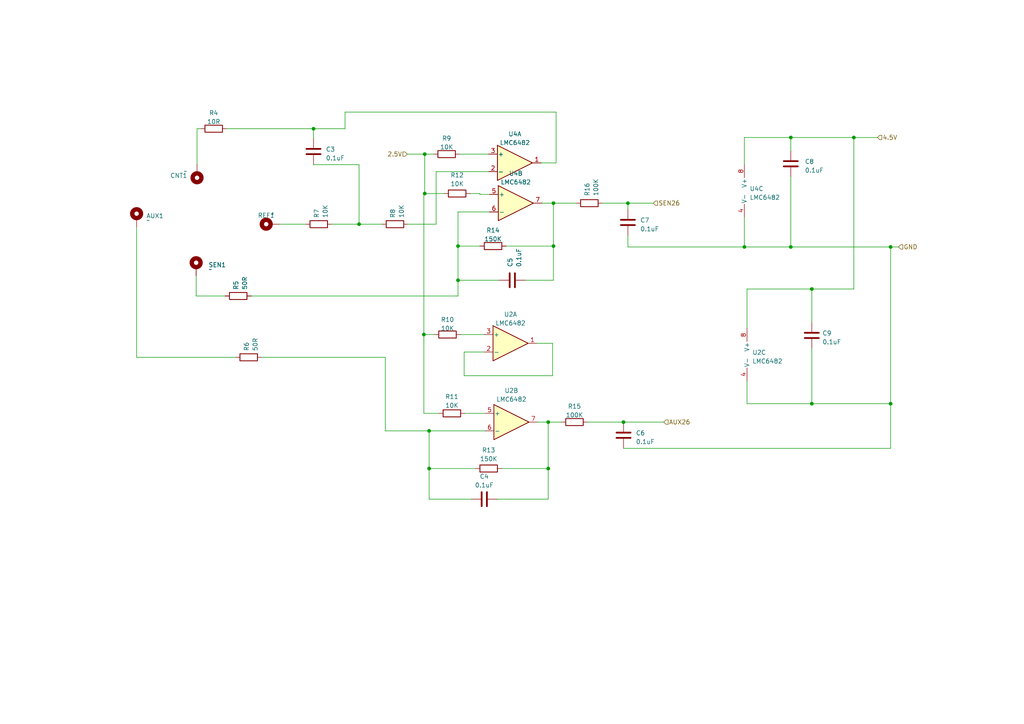
<source format=kicad_sch>
(kicad_sch (version 20230121) (generator eeschema)

  (uuid 28eb2384-0157-462d-a122-e8b7f40038ec)

  (paper "A4")

  (lib_symbols
    (symbol "Amplifier_Operational:LMC6482" (pin_names (offset 0.127)) (in_bom yes) (on_board yes)
      (property "Reference" "U" (at 0 5.08 0)
        (effects (font (size 1.27 1.27)) (justify left))
      )
      (property "Value" "LMC6482" (at 0 -5.08 0)
        (effects (font (size 1.27 1.27)) (justify left))
      )
      (property "Footprint" "" (at 0 0 0)
        (effects (font (size 1.27 1.27)) hide)
      )
      (property "Datasheet" "http://www.ti.com/lit/ds/symlink/lmc6482.pdf" (at 0 0 0)
        (effects (font (size 1.27 1.27)) hide)
      )
      (property "ki_locked" "" (at 0 0 0)
        (effects (font (size 1.27 1.27)))
      )
      (property "ki_keywords" "dual opamp" (at 0 0 0)
        (effects (font (size 1.27 1.27)) hide)
      )
      (property "ki_description" "Dual CMOS Rail-to-Rail Input and Output Operational Amplifier, DIP-8/SOIC-8, SSOP-8" (at 0 0 0)
        (effects (font (size 1.27 1.27)) hide)
      )
      (property "ki_fp_filters" "SOIC*3.9x4.9mm*P1.27mm* DIP*W7.62mm* TO*99* OnSemi*Micro8* TSSOP*3x3mm*P0.65mm* TSSOP*4.4x3mm*P0.65mm* MSOP*3x3mm*P0.65mm* SSOP*3.9x4.9mm*P0.635mm* LFCSP*2x2mm*P0.5mm* *SIP* SOIC*5.3x6.2mm*P1.27mm*" (at 0 0 0)
        (effects (font (size 1.27 1.27)) hide)
      )
      (symbol "LMC6482_1_1"
        (polyline
          (pts
            (xy -5.08 5.08)
            (xy 5.08 0)
            (xy -5.08 -5.08)
            (xy -5.08 5.08)
          )
          (stroke (width 0.254) (type default))
          (fill (type background))
        )
        (pin output line (at 7.62 0 180) (length 2.54)
          (name "~" (effects (font (size 1.27 1.27))))
          (number "1" (effects (font (size 1.27 1.27))))
        )
        (pin input line (at -7.62 -2.54 0) (length 2.54)
          (name "-" (effects (font (size 1.27 1.27))))
          (number "2" (effects (font (size 1.27 1.27))))
        )
        (pin input line (at -7.62 2.54 0) (length 2.54)
          (name "+" (effects (font (size 1.27 1.27))))
          (number "3" (effects (font (size 1.27 1.27))))
        )
      )
      (symbol "LMC6482_2_1"
        (polyline
          (pts
            (xy -5.08 5.08)
            (xy 5.08 0)
            (xy -5.08 -5.08)
            (xy -5.08 5.08)
          )
          (stroke (width 0.254) (type default))
          (fill (type background))
        )
        (pin input line (at -7.62 2.54 0) (length 2.54)
          (name "+" (effects (font (size 1.27 1.27))))
          (number "5" (effects (font (size 1.27 1.27))))
        )
        (pin input line (at -7.62 -2.54 0) (length 2.54)
          (name "-" (effects (font (size 1.27 1.27))))
          (number "6" (effects (font (size 1.27 1.27))))
        )
        (pin output line (at 7.62 0 180) (length 2.54)
          (name "~" (effects (font (size 1.27 1.27))))
          (number "7" (effects (font (size 1.27 1.27))))
        )
      )
      (symbol "LMC6482_3_1"
        (pin power_in line (at -2.54 -7.62 90) (length 3.81)
          (name "V-" (effects (font (size 1.27 1.27))))
          (number "4" (effects (font (size 1.27 1.27))))
        )
        (pin power_in line (at -2.54 7.62 270) (length 3.81)
          (name "V+" (effects (font (size 1.27 1.27))))
          (number "8" (effects (font (size 1.27 1.27))))
        )
      )
    )
    (symbol "Device:C" (pin_numbers hide) (pin_names (offset 0.254)) (in_bom yes) (on_board yes)
      (property "Reference" "C" (at 0.635 2.54 0)
        (effects (font (size 1.27 1.27)) (justify left))
      )
      (property "Value" "C" (at 0.635 -2.54 0)
        (effects (font (size 1.27 1.27)) (justify left))
      )
      (property "Footprint" "" (at 0.9652 -3.81 0)
        (effects (font (size 1.27 1.27)) hide)
      )
      (property "Datasheet" "~" (at 0 0 0)
        (effects (font (size 1.27 1.27)) hide)
      )
      (property "ki_keywords" "cap capacitor" (at 0 0 0)
        (effects (font (size 1.27 1.27)) hide)
      )
      (property "ki_description" "Unpolarized capacitor" (at 0 0 0)
        (effects (font (size 1.27 1.27)) hide)
      )
      (property "ki_fp_filters" "C_*" (at 0 0 0)
        (effects (font (size 1.27 1.27)) hide)
      )
      (symbol "C_0_1"
        (polyline
          (pts
            (xy -2.032 -0.762)
            (xy 2.032 -0.762)
          )
          (stroke (width 0.508) (type default))
          (fill (type none))
        )
        (polyline
          (pts
            (xy -2.032 0.762)
            (xy 2.032 0.762)
          )
          (stroke (width 0.508) (type default))
          (fill (type none))
        )
      )
      (symbol "C_1_1"
        (pin passive line (at 0 3.81 270) (length 2.794)
          (name "~" (effects (font (size 1.27 1.27))))
          (number "1" (effects (font (size 1.27 1.27))))
        )
        (pin passive line (at 0 -3.81 90) (length 2.794)
          (name "~" (effects (font (size 1.27 1.27))))
          (number "2" (effects (font (size 1.27 1.27))))
        )
      )
    )
    (symbol "Device:R" (pin_numbers hide) (pin_names (offset 0)) (in_bom yes) (on_board yes)
      (property "Reference" "R" (at 2.032 0 90)
        (effects (font (size 1.27 1.27)))
      )
      (property "Value" "R" (at 0 0 90)
        (effects (font (size 1.27 1.27)))
      )
      (property "Footprint" "" (at -1.778 0 90)
        (effects (font (size 1.27 1.27)) hide)
      )
      (property "Datasheet" "~" (at 0 0 0)
        (effects (font (size 1.27 1.27)) hide)
      )
      (property "ki_keywords" "R res resistor" (at 0 0 0)
        (effects (font (size 1.27 1.27)) hide)
      )
      (property "ki_description" "Resistor" (at 0 0 0)
        (effects (font (size 1.27 1.27)) hide)
      )
      (property "ki_fp_filters" "R_*" (at 0 0 0)
        (effects (font (size 1.27 1.27)) hide)
      )
      (symbol "R_0_1"
        (rectangle (start -1.016 -2.54) (end 1.016 2.54)
          (stroke (width 0.254) (type default))
          (fill (type none))
        )
      )
      (symbol "R_1_1"
        (pin passive line (at 0 3.81 270) (length 1.27)
          (name "~" (effects (font (size 1.27 1.27))))
          (number "1" (effects (font (size 1.27 1.27))))
        )
        (pin passive line (at 0 -3.81 90) (length 1.27)
          (name "~" (effects (font (size 1.27 1.27))))
          (number "2" (effects (font (size 1.27 1.27))))
        )
      )
    )
    (symbol "Mechanical:MountingHole_Pad" (pin_numbers hide) (pin_names (offset 1.016) hide) (in_bom yes) (on_board yes)
      (property "Reference" "H" (at 0 6.35 0)
        (effects (font (size 1.27 1.27)))
      )
      (property "Value" "MountingHole_Pad" (at 0 4.445 0)
        (effects (font (size 1.27 1.27)))
      )
      (property "Footprint" "" (at 0 0 0)
        (effects (font (size 1.27 1.27)) hide)
      )
      (property "Datasheet" "~" (at 0 0 0)
        (effects (font (size 1.27 1.27)) hide)
      )
      (property "ki_keywords" "mounting hole" (at 0 0 0)
        (effects (font (size 1.27 1.27)) hide)
      )
      (property "ki_description" "Mounting Hole with connection" (at 0 0 0)
        (effects (font (size 1.27 1.27)) hide)
      )
      (property "ki_fp_filters" "MountingHole*Pad*" (at 0 0 0)
        (effects (font (size 1.27 1.27)) hide)
      )
      (symbol "MountingHole_Pad_0_1"
        (circle (center 0 1.27) (radius 1.27)
          (stroke (width 1.27) (type default))
          (fill (type none))
        )
      )
      (symbol "MountingHole_Pad_1_1"
        (pin input line (at 0 -2.54 90) (length 2.54)
          (name "1" (effects (font (size 1.27 1.27))))
          (number "1" (effects (font (size 1.27 1.27))))
        )
      )
    )
  )

  (junction (at 258.318 71.628) (diameter 0) (color 0 0 0 0)
    (uuid 038c126b-f299-4294-b520-56a7c37b672b)
  )
  (junction (at 90.932 37.338) (diameter 0) (color 0 0 0 0)
    (uuid 1c47e24c-3d4a-4ccb-83a0-44c2ede50dcf)
  )
  (junction (at 132.842 71.374) (diameter 0) (color 0 0 0 0)
    (uuid 20f262ec-8981-45d4-b912-98700fd2f501)
  )
  (junction (at 182.118 58.928) (diameter 0) (color 0 0 0 0)
    (uuid 2ef5482b-c462-4a13-9131-e1d267e871ba)
  )
  (junction (at 122.936 97.028) (diameter 0) (color 0 0 0 0)
    (uuid 3369642c-7256-4b75-aa30-87e0d11dadc4)
  )
  (junction (at 180.848 122.428) (diameter 0) (color 0 0 0 0)
    (uuid 38e724e1-09f4-4ffd-83f3-7c628903c9bf)
  )
  (junction (at 160.528 58.928) (diameter 0) (color 0 0 0 0)
    (uuid 396fee60-726c-4b23-b5ab-ead6c30ceaca)
  )
  (junction (at 160.528 71.374) (diameter 0) (color 0 0 0 0)
    (uuid 5e2b4c77-c2e8-4642-b262-f2d7ba98a435)
  )
  (junction (at 215.9 71.628) (diameter 0) (color 0 0 0 0)
    (uuid 6ef878c4-bc23-439c-b80e-b6bc8f12f18b)
  )
  (junction (at 123.19 56.134) (diameter 0) (color 0 0 0 0)
    (uuid 7a2b45de-2b31-4dc7-aaae-b42946de314a)
  )
  (junction (at 235.458 83.82) (diameter 0) (color 0 0 0 0)
    (uuid 8d25c74d-6e6f-4f16-a436-2b57fc5b91e9)
  )
  (junction (at 229.362 71.628) (diameter 0) (color 0 0 0 0)
    (uuid 8d5d8a02-6b33-45ce-8beb-2c7a44728efa)
  )
  (junction (at 104.14 65.024) (diameter 0) (color 0 0 0 0)
    (uuid 8e9d293f-7502-4654-9cbd-44a706debcb7)
  )
  (junction (at 258.318 117.094) (diameter 0) (color 0 0 0 0)
    (uuid 8fa446dd-ffbf-4d11-97c5-42cd8b1002b4)
  )
  (junction (at 132.842 81.28) (diameter 0) (color 0 0 0 0)
    (uuid 9159b35e-7e3c-4dc6-9eb3-a6107e1be101)
  )
  (junction (at 124.46 135.89) (diameter 0) (color 0 0 0 0)
    (uuid a5a9f67d-8d69-4b54-980c-30405746e14c)
  )
  (junction (at 235.458 117.094) (diameter 0) (color 0 0 0 0)
    (uuid a7d882cb-6f64-4aba-86be-166c63623648)
  )
  (junction (at 159.004 135.89) (diameter 0) (color 0 0 0 0)
    (uuid bb4d1ab4-5270-43a2-868c-cd480bdd482d)
  )
  (junction (at 159.004 122.428) (diameter 0) (color 0 0 0 0)
    (uuid ce6ab0fe-d24d-43c9-9217-d7b276279ea3)
  )
  (junction (at 124.46 124.968) (diameter 0) (color 0 0 0 0)
    (uuid ce9e57eb-8e33-4bd5-b12f-127454d3ea29)
  )
  (junction (at 229.362 39.878) (diameter 0) (color 0 0 0 0)
    (uuid d0cf435d-a6af-4721-9415-ae1572f2c0d7)
  )
  (junction (at 247.65 39.878) (diameter 0) (color 0 0 0 0)
    (uuid d35ff68e-50b4-4925-932d-1f6968a0c72e)
  )
  (junction (at 123.19 44.704) (diameter 0) (color 0 0 0 0)
    (uuid f416e27c-750a-4d13-bda2-7219954b7a75)
  )

  (wire (pts (xy 235.458 83.82) (xy 247.65 83.82))
    (stroke (width 0) (type default))
    (uuid 05d44f9b-35af-4b72-acf0-9d406d0938a4)
  )
  (wire (pts (xy 72.898 85.852) (xy 132.842 85.852))
    (stroke (width 0) (type default))
    (uuid 063bcc79-b169-43b9-bada-591a5ed0c39b)
  )
  (wire (pts (xy 144.272 144.78) (xy 159.004 144.78))
    (stroke (width 0) (type default))
    (uuid 063e5939-351e-4bc8-b5bd-898035cd5e10)
  )
  (wire (pts (xy 104.14 47.752) (xy 104.14 65.024))
    (stroke (width 0) (type default))
    (uuid 065f749a-e82a-4f65-9926-dfbca3b3ec1b)
  )
  (wire (pts (xy 161.29 32.512) (xy 100.076 32.512))
    (stroke (width 0) (type default))
    (uuid 0a13c597-de51-4c57-9185-4b9588e7ef75)
  )
  (wire (pts (xy 215.9 39.878) (xy 215.9 47.752))
    (stroke (width 0) (type default))
    (uuid 18c241ea-e730-4b91-9386-d86f29d14975)
  )
  (wire (pts (xy 139.192 71.374) (xy 132.842 71.374))
    (stroke (width 0) (type default))
    (uuid 1a586fdf-8ba5-4c43-8525-0630bd592f26)
  )
  (wire (pts (xy 125.984 97.028) (xy 122.936 97.028))
    (stroke (width 0) (type default))
    (uuid 1d192b03-9243-44df-8d7a-916b07244b66)
  )
  (wire (pts (xy 39.624 103.632) (xy 68.326 103.632))
    (stroke (width 0) (type default))
    (uuid 2549b739-51db-4841-89bf-844a4053d8b8)
  )
  (wire (pts (xy 160.274 99.568) (xy 160.274 108.966))
    (stroke (width 0) (type default))
    (uuid 25e201c3-47b5-49d9-a2c9-bd37d68081d6)
  )
  (wire (pts (xy 128.778 56.134) (xy 123.19 56.134))
    (stroke (width 0) (type default))
    (uuid 29c6cd12-1a84-4ac2-baf7-ce60dc0bdb77)
  )
  (wire (pts (xy 111.76 124.968) (xy 124.46 124.968))
    (stroke (width 0) (type default))
    (uuid 2bda9a37-9596-4974-9de7-ca9c5dd31607)
  )
  (wire (pts (xy 90.932 47.752) (xy 104.14 47.752))
    (stroke (width 0) (type default))
    (uuid 31b30c78-df8d-48a7-b602-ae8a2c978e06)
  )
  (wire (pts (xy 156.972 47.244) (xy 161.29 47.244))
    (stroke (width 0) (type default))
    (uuid 34c2056d-8959-4b91-b3a7-113e9b926f3f)
  )
  (wire (pts (xy 56.896 85.852) (xy 65.278 85.852))
    (stroke (width 0) (type default))
    (uuid 378d6990-6b57-4f98-ae6c-245366dd609d)
  )
  (wire (pts (xy 139.192 56.388) (xy 141.986 56.388))
    (stroke (width 0) (type default))
    (uuid 38898ecb-124d-4901-8494-d2e82552a9b1)
  )
  (wire (pts (xy 229.362 39.878) (xy 229.362 43.688))
    (stroke (width 0) (type default))
    (uuid 3b4f6856-ff04-4c9c-8666-a4ced38847f6)
  )
  (wire (pts (xy 96.266 65.024) (xy 104.14 65.024))
    (stroke (width 0) (type default))
    (uuid 3c158a55-73e2-4058-b254-a1ca21d9c44a)
  )
  (wire (pts (xy 122.936 56.134) (xy 123.19 56.134))
    (stroke (width 0) (type default))
    (uuid 3c381cc3-bbfa-4495-a7a1-777bd2e1c94a)
  )
  (wire (pts (xy 133.604 97.028) (xy 140.462 97.028))
    (stroke (width 0) (type default))
    (uuid 3ee51128-310c-4130-b7dc-465cb5d6e59d)
  )
  (wire (pts (xy 126.492 65.024) (xy 118.364 65.024))
    (stroke (width 0) (type default))
    (uuid 46acc631-1a1c-4920-8d2a-ba563b0c5bd4)
  )
  (wire (pts (xy 104.14 65.024) (xy 110.744 65.024))
    (stroke (width 0) (type default))
    (uuid 4bdb3278-c620-472e-8cc3-b56635ae76dd)
  )
  (wire (pts (xy 182.118 58.928) (xy 182.118 60.706))
    (stroke (width 0) (type default))
    (uuid 4c4a6782-4aaf-43ef-89f2-4ddcc5f8f791)
  )
  (wire (pts (xy 123.19 56.134) (xy 123.19 44.704))
    (stroke (width 0) (type default))
    (uuid 4d0caeee-88b0-468a-b16b-88c9a458d89c)
  )
  (wire (pts (xy 229.362 51.308) (xy 229.362 71.628))
    (stroke (width 0) (type default))
    (uuid 4de284a2-6ac3-49ec-b052-b9dbf00389d7)
  )
  (wire (pts (xy 132.842 61.468) (xy 141.986 61.468))
    (stroke (width 0) (type default))
    (uuid 4fe92d0d-f207-4abe-a605-cded0ca2aa79)
  )
  (wire (pts (xy 100.076 32.512) (xy 100.076 37.338))
    (stroke (width 0) (type default))
    (uuid 50895717-d630-41cc-930c-bd02e8cb19f0)
  )
  (wire (pts (xy 100.076 37.338) (xy 90.932 37.338))
    (stroke (width 0) (type default))
    (uuid 50f5fb84-1253-4264-9298-6ef5ad4b94f4)
  )
  (wire (pts (xy 127.254 119.888) (xy 122.936 119.888))
    (stroke (width 0) (type default))
    (uuid 53dd3abb-8253-450a-91d6-40adeea20722)
  )
  (wire (pts (xy 132.842 61.468) (xy 132.842 71.374))
    (stroke (width 0) (type default))
    (uuid 5413f952-fa56-4249-9dc1-0c846b57510a)
  )
  (wire (pts (xy 189.484 58.928) (xy 182.118 58.928))
    (stroke (width 0) (type default))
    (uuid 5652518a-7a5f-435e-b681-0b6516af98ee)
  )
  (wire (pts (xy 57.15 37.338) (xy 58.166 37.338))
    (stroke (width 0) (type default))
    (uuid 5660f2ee-fd9e-463a-98f7-c6e02c54a39a)
  )
  (wire (pts (xy 247.65 39.878) (xy 229.362 39.878))
    (stroke (width 0) (type default))
    (uuid 5a31c42e-ed06-47c3-81c7-8e5870f09fdd)
  )
  (wire (pts (xy 145.542 135.89) (xy 159.004 135.89))
    (stroke (width 0) (type default))
    (uuid 5a364225-d50d-4648-93d6-c5d0df23391a)
  )
  (wire (pts (xy 133.35 44.704) (xy 141.732 44.704))
    (stroke (width 0) (type default))
    (uuid 5d59b197-c5d5-4111-8190-978affd0983c)
  )
  (wire (pts (xy 90.932 37.338) (xy 90.932 40.132))
    (stroke (width 0) (type default))
    (uuid 619a7afc-5936-488b-a5eb-2fa395c211d5)
  )
  (wire (pts (xy 152.4 81.28) (xy 160.528 81.28))
    (stroke (width 0) (type default))
    (uuid 6648daa1-f78a-4f31-b3ac-6675a8f71458)
  )
  (wire (pts (xy 155.702 99.568) (xy 160.274 99.568))
    (stroke (width 0) (type default))
    (uuid 690249ba-a950-4d9b-975a-c6287183ede5)
  )
  (wire (pts (xy 159.004 135.89) (xy 159.004 122.428))
    (stroke (width 0) (type default))
    (uuid 6926e28b-7ebd-44e8-9988-f193a20b5258)
  )
  (wire (pts (xy 159.004 144.78) (xy 159.004 135.89))
    (stroke (width 0) (type default))
    (uuid 69a216b7-77cf-42a6-bc73-a9a493f45288)
  )
  (wire (pts (xy 167.132 58.928) (xy 160.528 58.928))
    (stroke (width 0) (type default))
    (uuid 6d3ed7db-5906-4bc3-86e7-9c345f14237e)
  )
  (wire (pts (xy 139.192 56.134) (xy 139.192 56.388))
    (stroke (width 0) (type default))
    (uuid 7796a487-6665-4110-ac39-d088dc67c419)
  )
  (wire (pts (xy 141.732 49.784) (xy 126.492 49.784))
    (stroke (width 0) (type default))
    (uuid 7a2507a3-d0fd-4558-bf9d-711f7bbcaefa)
  )
  (wire (pts (xy 57.15 37.338) (xy 57.15 47.752))
    (stroke (width 0) (type default))
    (uuid 7c2549c4-8b9f-405e-a3a1-03d5393f0f59)
  )
  (wire (pts (xy 161.29 47.244) (xy 161.29 32.512))
    (stroke (width 0) (type default))
    (uuid 7d7b097d-200c-42ad-a3e2-59f26da055f2)
  )
  (wire (pts (xy 134.62 108.966) (xy 134.62 102.108))
    (stroke (width 0) (type default))
    (uuid 7fe3eb10-e636-4951-92db-365b18444ac3)
  )
  (wire (pts (xy 216.662 117.094) (xy 235.458 117.094))
    (stroke (width 0) (type default))
    (uuid 80deddb5-2ec0-40f1-a088-781fc937cb03)
  )
  (wire (pts (xy 174.752 58.928) (xy 182.118 58.928))
    (stroke (width 0) (type default))
    (uuid 848fd492-49b0-41f1-9716-0c63e9dce487)
  )
  (wire (pts (xy 215.9 71.628) (xy 215.9 62.992))
    (stroke (width 0) (type default))
    (uuid 87623679-0509-4a4f-b410-a501e7eee2df)
  )
  (wire (pts (xy 124.46 144.78) (xy 124.46 135.89))
    (stroke (width 0) (type default))
    (uuid 893c9599-708e-45b2-ae41-334b762177aa)
  )
  (wire (pts (xy 132.842 71.374) (xy 132.842 81.28))
    (stroke (width 0) (type default))
    (uuid 8ab8653a-2345-499c-959d-76dc3f00b02f)
  )
  (wire (pts (xy 137.922 135.89) (xy 124.46 135.89))
    (stroke (width 0) (type default))
    (uuid 8ce761f1-e269-450d-a9a1-15bd8be41d26)
  )
  (wire (pts (xy 132.842 81.28) (xy 132.842 85.852))
    (stroke (width 0) (type default))
    (uuid 8d91cc82-118f-43fa-ae8a-d8fe9ffa991f)
  )
  (wire (pts (xy 229.362 71.628) (xy 258.318 71.628))
    (stroke (width 0) (type default))
    (uuid 8e1b4e3f-fc72-4796-9828-9b66b15c96bd)
  )
  (wire (pts (xy 123.19 44.704) (xy 125.73 44.704))
    (stroke (width 0) (type default))
    (uuid 8f4f7bf4-c5be-49c3-a852-645391576255)
  )
  (wire (pts (xy 122.936 56.134) (xy 122.936 97.028))
    (stroke (width 0) (type default))
    (uuid 92fc61a2-0c91-4fc3-9158-08e9c1f3c60e)
  )
  (wire (pts (xy 65.786 37.338) (xy 90.932 37.338))
    (stroke (width 0) (type default))
    (uuid 96edd6ff-c79f-4574-89de-142cf3ee87a0)
  )
  (wire (pts (xy 111.76 103.632) (xy 111.76 124.968))
    (stroke (width 0) (type default))
    (uuid 9a93a6e7-d752-46cb-b7ea-985518c06082)
  )
  (wire (pts (xy 235.458 101.092) (xy 235.458 117.094))
    (stroke (width 0) (type default))
    (uuid 9d221fb2-1b5e-41eb-961d-e13220e88ac1)
  )
  (wire (pts (xy 136.398 56.134) (xy 139.192 56.134))
    (stroke (width 0) (type default))
    (uuid 9e7079d7-c873-49f0-8092-26d2354e6e46)
  )
  (wire (pts (xy 247.65 39.878) (xy 247.65 83.82))
    (stroke (width 0) (type default))
    (uuid a0f32e44-c5fb-47c5-b2b9-0b1c88025a87)
  )
  (wire (pts (xy 122.936 119.888) (xy 122.936 97.028))
    (stroke (width 0) (type default))
    (uuid a5e381f6-3885-4cb9-aa31-cf46de02f44b)
  )
  (wire (pts (xy 192.532 122.428) (xy 180.848 122.428))
    (stroke (width 0) (type default))
    (uuid a67fb226-acb0-4290-af10-0454cca6c4e8)
  )
  (wire (pts (xy 182.118 71.628) (xy 215.9 71.628))
    (stroke (width 0) (type default))
    (uuid a82902fd-76cd-4746-9730-4fe9cc3e6f9b)
  )
  (wire (pts (xy 235.458 93.472) (xy 235.458 83.82))
    (stroke (width 0) (type default))
    (uuid ab071226-6cef-45e5-9f76-edfd8b48ef04)
  )
  (wire (pts (xy 258.318 117.094) (xy 258.318 71.628))
    (stroke (width 0) (type default))
    (uuid ab4bd2c3-e29b-45de-a617-aa19102e2566)
  )
  (wire (pts (xy 180.848 130.048) (xy 258.318 130.048))
    (stroke (width 0) (type default))
    (uuid ac026a44-7dfe-4778-8cba-08f7d6ac8b40)
  )
  (wire (pts (xy 75.946 103.632) (xy 111.76 103.632))
    (stroke (width 0) (type default))
    (uuid b08d333a-23ef-4565-8df3-6e15308effb4)
  )
  (wire (pts (xy 56.896 80.01) (xy 56.896 85.852))
    (stroke (width 0) (type default))
    (uuid b68dc696-92c7-4014-925f-2088ce09e58b)
  )
  (wire (pts (xy 160.274 108.966) (xy 134.62 108.966))
    (stroke (width 0) (type default))
    (uuid b700f8f2-c372-4f14-b364-b9545040e36a)
  )
  (wire (pts (xy 160.528 81.28) (xy 160.528 71.374))
    (stroke (width 0) (type default))
    (uuid b74143fe-5344-4734-8d20-1b6a5ff19015)
  )
  (wire (pts (xy 160.528 58.928) (xy 160.528 71.374))
    (stroke (width 0) (type default))
    (uuid b81fa7df-3668-46db-8f23-7d068a7f55e9)
  )
  (wire (pts (xy 81.026 65.024) (xy 88.646 65.024))
    (stroke (width 0) (type default))
    (uuid b8bbdda1-5eb8-40ea-935c-93d3901393fb)
  )
  (wire (pts (xy 134.874 119.888) (xy 140.716 119.888))
    (stroke (width 0) (type default))
    (uuid bd60ff60-b7fd-474d-a610-ddf6e1e4407f)
  )
  (wire (pts (xy 124.46 135.89) (xy 124.46 124.968))
    (stroke (width 0) (type default))
    (uuid bf55b88e-5030-44a8-98f5-6442c08b4408)
  )
  (wire (pts (xy 216.662 110.49) (xy 216.662 117.094))
    (stroke (width 0) (type default))
    (uuid c19662e5-2c25-4c8a-8bb9-ba971195d4bc)
  )
  (wire (pts (xy 146.812 71.374) (xy 160.528 71.374))
    (stroke (width 0) (type default))
    (uuid c824cab6-b6f6-498a-89f5-146f7eba3ad3)
  )
  (wire (pts (xy 254.508 39.878) (xy 247.65 39.878))
    (stroke (width 0) (type default))
    (uuid c992d2ae-0882-4755-8cd3-16a5365e9796)
  )
  (wire (pts (xy 126.492 49.784) (xy 126.492 65.024))
    (stroke (width 0) (type default))
    (uuid cfc90155-0fab-4dec-b334-ac178fdfaf60)
  )
  (wire (pts (xy 118.11 44.704) (xy 123.19 44.704))
    (stroke (width 0) (type default))
    (uuid d2532eb0-1fba-40c3-8ef9-4f042575e603)
  )
  (wire (pts (xy 258.318 71.628) (xy 260.604 71.628))
    (stroke (width 0) (type default))
    (uuid d4dc3b4a-d1d8-4224-881e-cb9cac603121)
  )
  (wire (pts (xy 170.434 122.428) (xy 180.848 122.428))
    (stroke (width 0) (type default))
    (uuid d6c434dd-3a92-43e8-8117-09f1ad56c93d)
  )
  (wire (pts (xy 216.662 83.82) (xy 235.458 83.82))
    (stroke (width 0) (type default))
    (uuid da532bec-83d7-480b-8511-5de08a227e97)
  )
  (wire (pts (xy 235.458 117.094) (xy 258.318 117.094))
    (stroke (width 0) (type default))
    (uuid db1ac187-48c1-4d3a-91e0-47b1c00c7679)
  )
  (wire (pts (xy 258.318 130.048) (xy 258.318 117.094))
    (stroke (width 0) (type default))
    (uuid ddc62765-72a8-4ec1-a93e-fdbbcd6e8b04)
  )
  (wire (pts (xy 182.118 68.326) (xy 182.118 71.628))
    (stroke (width 0) (type default))
    (uuid df7c14a5-01d1-459e-80a0-fb833d70c91f)
  )
  (wire (pts (xy 136.652 144.78) (xy 124.46 144.78))
    (stroke (width 0) (type default))
    (uuid e3b18a73-f97b-4f66-9db6-afc495cd462c)
  )
  (wire (pts (xy 134.62 102.108) (xy 140.462 102.108))
    (stroke (width 0) (type default))
    (uuid e531cf8f-1d15-4c71-b1c9-81bbb1703779)
  )
  (wire (pts (xy 215.9 71.628) (xy 229.362 71.628))
    (stroke (width 0) (type default))
    (uuid e694d4e2-0ed7-4d3e-96fb-504ddc70fd84)
  )
  (wire (pts (xy 159.004 122.428) (xy 162.814 122.428))
    (stroke (width 0) (type default))
    (uuid e9a7ad19-0882-4c3c-a74b-d753e5ce86a9)
  )
  (wire (pts (xy 39.624 65.786) (xy 39.624 103.632))
    (stroke (width 0) (type default))
    (uuid e9cb1b0a-9898-4a8b-b774-aa159126bb0c)
  )
  (wire (pts (xy 160.528 58.928) (xy 157.226 58.928))
    (stroke (width 0) (type default))
    (uuid eb8ba4e9-8da2-47b0-b98b-8438745348c1)
  )
  (wire (pts (xy 229.362 39.878) (xy 215.9 39.878))
    (stroke (width 0) (type default))
    (uuid f04ba911-1f5c-4c7b-842f-ac3ee3d377b5)
  )
  (wire (pts (xy 132.842 81.28) (xy 144.78 81.28))
    (stroke (width 0) (type default))
    (uuid f18d4bc9-2988-455b-9132-3f14bfa7f45c)
  )
  (wire (pts (xy 124.46 124.968) (xy 140.716 124.968))
    (stroke (width 0) (type default))
    (uuid f4ae9b95-5b23-4671-9b9c-6ab6aea11209)
  )
  (wire (pts (xy 155.956 122.428) (xy 159.004 122.428))
    (stroke (width 0) (type default))
    (uuid f938a644-6e3c-437a-913e-4dae33438063)
  )
  (wire (pts (xy 216.662 95.25) (xy 216.662 83.82))
    (stroke (width 0) (type default))
    (uuid ff3856dc-259a-4591-a442-b0a38912c5b8)
  )

  (hierarchical_label "2.5V" (shape input) (at 118.11 44.704 180) (fields_autoplaced)
    (effects (font (size 1.27 1.27)) (justify right))
    (uuid 10ce9af8-706f-4a45-be5b-96d81175a3b7)
  )
  (hierarchical_label "AUX26" (shape input) (at 192.532 122.428 0) (fields_autoplaced)
    (effects (font (size 1.27 1.27)) (justify left))
    (uuid 2b758a62-c616-4f56-a0d1-08d29ee63d02)
  )
  (hierarchical_label "4.5V" (shape input) (at 254.508 39.878 0) (fields_autoplaced)
    (effects (font (size 1.27 1.27)) (justify left))
    (uuid 5fa75412-9dde-41d2-a1cb-10a485a38ffd)
  )
  (hierarchical_label "GND" (shape input) (at 260.604 71.628 0) (fields_autoplaced)
    (effects (font (size 1.27 1.27)) (justify left))
    (uuid 684fe81a-5d67-4611-a0f9-31e9c5aed6a6)
  )
  (hierarchical_label "SEN26" (shape input) (at 189.484 58.928 0) (fields_autoplaced)
    (effects (font (size 1.27 1.27)) (justify left))
    (uuid 6923c67d-67b6-45ca-b4cf-eff053847a2b)
  )

  (symbol (lib_id "Amplifier_Operational:LMC6482") (at 219.202 102.87 0) (unit 3)
    (in_bom yes) (on_board yes) (dnp no) (fields_autoplaced)
    (uuid 03839a61-489f-4b08-b45d-68dfe35e12fa)
    (property "Reference" "U2" (at 218.186 102.235 0)
      (effects (font (size 1.27 1.27)) (justify left))
    )
    (property "Value" "LMC6482" (at 218.186 104.775 0)
      (effects (font (size 1.27 1.27)) (justify left))
    )
    (property "Footprint" "Package_SO:SOIC-8_3.9x4.9mm_P1.27mm" (at 219.202 102.87 0)
      (effects (font (size 1.27 1.27)) hide)
    )
    (property "Datasheet" "http://www.ti.com/lit/ds/symlink/lmc6482.pdf" (at 219.202 102.87 0)
      (effects (font (size 1.27 1.27)) hide)
    )
    (pin "1" (uuid d5f06bc0-e016-449d-bb76-1780c68309d8))
    (pin "2" (uuid dd93b084-6c45-4ec3-b4a2-64cf0e791daa))
    (pin "3" (uuid c79b47a1-69b0-418f-ae34-b6968595b6a6))
    (pin "5" (uuid 89f1dfc5-f772-4d7a-8a07-0964f1f210a0))
    (pin "6" (uuid 61ffc32e-67ac-4496-ba94-ce7cced6a0ea))
    (pin "7" (uuid 29e08c8c-3454-4ad1-a0b8-ee9155612eb2))
    (pin "4" (uuid de2f523e-5c0f-4572-8901-57f6c33db74c))
    (pin "8" (uuid f66ee0f4-81da-4b7b-9f64-c20e34d55ebe))
    (instances
      (project "Air quality project"
        (path "/67b6672b-0c15-41a5-a844-17aa721018b8/e2c83066-cae4-4a4f-a05c-59cf4d457446"
          (reference "U2") (unit 3)
        )
        (path "/67b6672b-0c15-41a5-a844-17aa721018b8/be65ffb6-5f15-4847-ab99-a8924076e9fe"
          (reference "U8") (unit 3)
        )
        (path "/67b6672b-0c15-41a5-a844-17aa721018b8/121dd75e-89c8-4084-b894-9255de280a27"
          (reference "U47") (unit 3)
        )
      )
    )
  )

  (symbol (lib_id "Device:R") (at 132.588 56.134 90) (unit 1)
    (in_bom yes) (on_board yes) (dnp no) (fields_autoplaced)
    (uuid 0873d3c6-7c07-49e5-ae67-2523378319ee)
    (property "Reference" "R12" (at 132.588 50.8 90)
      (effects (font (size 1.27 1.27)))
    )
    (property "Value" "10K" (at 132.588 53.34 90)
      (effects (font (size 1.27 1.27)))
    )
    (property "Footprint" "Resistor_SMD:R_0402_1005Metric" (at 132.588 57.912 90)
      (effects (font (size 1.27 1.27)) hide)
    )
    (property "Datasheet" "~" (at 132.588 56.134 0)
      (effects (font (size 1.27 1.27)) hide)
    )
    (pin "1" (uuid dc7d2f41-4b57-4bef-9548-99c938a79e7b))
    (pin "2" (uuid 5c41be9e-cbee-4d29-8ae0-8a37e1890c8a))
    (instances
      (project "Air quality project"
        (path "/67b6672b-0c15-41a5-a844-17aa721018b8/e2c83066-cae4-4a4f-a05c-59cf4d457446"
          (reference "R12") (unit 1)
        )
        (path "/67b6672b-0c15-41a5-a844-17aa721018b8/be65ffb6-5f15-4847-ab99-a8924076e9fe"
          (reference "R59") (unit 1)
        )
        (path "/67b6672b-0c15-41a5-a844-17aa721018b8/121dd75e-89c8-4084-b894-9255de280a27"
          (reference "R298") (unit 1)
        )
      )
    )
  )

  (symbol (lib_id "Device:R") (at 72.136 103.632 90) (unit 1)
    (in_bom yes) (on_board yes) (dnp no)
    (uuid 0d71af3e-ae8b-4a43-bd7f-7186ebb0451d)
    (property "Reference" "R6" (at 71.501 101.854 0)
      (effects (font (size 1.27 1.27)) (justify left))
    )
    (property "Value" "50R" (at 74.041 101.854 0)
      (effects (font (size 1.27 1.27)) (justify left))
    )
    (property "Footprint" "Resistor_SMD:R_0402_1005Metric" (at 72.136 105.41 90)
      (effects (font (size 1.27 1.27)) hide)
    )
    (property "Datasheet" "~" (at 72.136 103.632 0)
      (effects (font (size 1.27 1.27)) hide)
    )
    (pin "1" (uuid 12070ed0-4966-4ab1-b557-155cbe7286aa))
    (pin "2" (uuid 99065c0c-190a-4e34-98d1-c23971e401b1))
    (instances
      (project "Air quality project"
        (path "/67b6672b-0c15-41a5-a844-17aa721018b8/e2c83066-cae4-4a4f-a05c-59cf4d457446"
          (reference "R6") (unit 1)
        )
        (path "/67b6672b-0c15-41a5-a844-17aa721018b8/be65ffb6-5f15-4847-ab99-a8924076e9fe"
          (reference "R29") (unit 1)
        )
        (path "/67b6672b-0c15-41a5-a844-17aa721018b8/121dd75e-89c8-4084-b894-9255de280a27"
          (reference "R292") (unit 1)
        )
      )
    )
  )

  (symbol (lib_id "Device:R") (at 61.976 37.338 270) (unit 1)
    (in_bom yes) (on_board yes) (dnp no) (fields_autoplaced)
    (uuid 1628e7c3-9a55-423d-a4cf-fa12565496d9)
    (property "Reference" "R4" (at 61.976 32.766 90)
      (effects (font (size 1.27 1.27)))
    )
    (property "Value" "10R" (at 61.976 35.306 90)
      (effects (font (size 1.27 1.27)))
    )
    (property "Footprint" "Resistor_SMD:R_0402_1005Metric" (at 61.976 35.56 90)
      (effects (font (size 1.27 1.27)) hide)
    )
    (property "Datasheet" "~" (at 61.976 37.338 0)
      (effects (font (size 1.27 1.27)) hide)
    )
    (pin "1" (uuid 3ba696cc-d7a4-4c2c-a6dc-a9053ee83b39))
    (pin "2" (uuid 3f0a0a87-ce84-4af3-bdf4-b0cedcdfed99))
    (instances
      (project "Air quality project"
        (path "/67b6672b-0c15-41a5-a844-17aa721018b8/e2c83066-cae4-4a4f-a05c-59cf4d457446"
          (reference "R4") (unit 1)
        )
        (path "/67b6672b-0c15-41a5-a844-17aa721018b8/be65ffb6-5f15-4847-ab99-a8924076e9fe"
          (reference "R19") (unit 1)
        )
        (path "/67b6672b-0c15-41a5-a844-17aa721018b8/121dd75e-89c8-4084-b894-9255de280a27"
          (reference "R290") (unit 1)
        )
      )
    )
  )

  (symbol (lib_id "Device:C") (at 180.848 126.238 0) (unit 1)
    (in_bom yes) (on_board yes) (dnp no) (fields_autoplaced)
    (uuid 1f89ce84-7e89-40fb-a281-cd88b7ac69d4)
    (property "Reference" "C6" (at 184.404 125.603 0)
      (effects (font (size 1.27 1.27)) (justify left))
    )
    (property "Value" "0.1uF" (at 184.404 128.143 0)
      (effects (font (size 1.27 1.27)) (justify left))
    )
    (property "Footprint" "Capacitor_SMD:C_0402_1005Metric" (at 181.8132 130.048 0)
      (effects (font (size 1.27 1.27)) hide)
    )
    (property "Datasheet" "~" (at 180.848 126.238 0)
      (effects (font (size 1.27 1.27)) hide)
    )
    (pin "1" (uuid 7e63954a-70fa-4b4d-bf0e-066419bba7ab))
    (pin "2" (uuid 451063f0-9ae6-4c05-b329-819d1f338bf9))
    (instances
      (project "Air quality project"
        (path "/67b6672b-0c15-41a5-a844-17aa721018b8/e2c83066-cae4-4a4f-a05c-59cf4d457446"
          (reference "C6") (unit 1)
        )
        (path "/67b6672b-0c15-41a5-a844-17aa721018b8/be65ffb6-5f15-4847-ab99-a8924076e9fe"
          (reference "C36") (unit 1)
        )
        (path "/67b6672b-0c15-41a5-a844-17aa721018b8/121dd75e-89c8-4084-b894-9255de280a27"
          (reference "C160") (unit 1)
        )
      )
    )
  )

  (symbol (lib_id "Mechanical:MountingHole_Pad") (at 78.486 65.024 90) (unit 1)
    (in_bom yes) (on_board yes) (dnp no) (fields_autoplaced)
    (uuid 247ddd6c-2f92-444c-b6e1-fb7e1310e64b)
    (property "Reference" "REF1" (at 77.216 62.484 90)
      (effects (font (size 1.27 1.27)))
    )
    (property "Value" "~" (at 79.121 62.484 0)
      (effects (font (size 1.27 1.27)) (justify left))
    )
    (property "Footprint" "MountingHole:MountingHole_2.7mm_Pad" (at 78.486 65.024 0)
      (effects (font (size 1.27 1.27)) hide)
    )
    (property "Datasheet" "~" (at 78.486 65.024 0)
      (effects (font (size 1.27 1.27)) hide)
    )
    (pin "1" (uuid b3aa8e77-ac1d-4978-8de3-b4d47054e21d))
    (instances
      (project "Air quality project"
        (path "/67b6672b-0c15-41a5-a844-17aa721018b8/e2c83066-cae4-4a4f-a05c-59cf4d457446"
          (reference "REF1") (unit 1)
        )
        (path "/67b6672b-0c15-41a5-a844-17aa721018b8/be65ffb6-5f15-4847-ab99-a8924076e9fe"
          (reference "REF2") (unit 1)
        )
        (path "/67b6672b-0c15-41a5-a844-17aa721018b8/121dd75e-89c8-4084-b894-9255de280a27"
          (reference "REF26") (unit 1)
        )
      )
    )
  )

  (symbol (lib_id "Device:R") (at 114.554 65.024 90) (unit 1)
    (in_bom yes) (on_board yes) (dnp no)
    (uuid 28a1f77a-8ba6-4f53-a721-9c36c73a6769)
    (property "Reference" "R8" (at 113.919 63.246 0)
      (effects (font (size 1.27 1.27)) (justify left))
    )
    (property "Value" "10K" (at 116.459 63.246 0)
      (effects (font (size 1.27 1.27)) (justify left))
    )
    (property "Footprint" "Resistor_SMD:R_0402_1005Metric" (at 114.554 66.802 90)
      (effects (font (size 1.27 1.27)) hide)
    )
    (property "Datasheet" "~" (at 114.554 65.024 0)
      (effects (font (size 1.27 1.27)) hide)
    )
    (pin "1" (uuid 30b2a707-1921-4cd4-a04e-8c55bfadc00f))
    (pin "2" (uuid e1107991-3e89-4f62-b614-170e63c878b9))
    (instances
      (project "Air quality project"
        (path "/67b6672b-0c15-41a5-a844-17aa721018b8/e2c83066-cae4-4a4f-a05c-59cf4d457446"
          (reference "R8") (unit 1)
        )
        (path "/67b6672b-0c15-41a5-a844-17aa721018b8/be65ffb6-5f15-4847-ab99-a8924076e9fe"
          (reference "R39") (unit 1)
        )
        (path "/67b6672b-0c15-41a5-a844-17aa721018b8/121dd75e-89c8-4084-b894-9255de280a27"
          (reference "R294") (unit 1)
        )
      )
    )
  )

  (symbol (lib_id "Amplifier_Operational:LMC6482") (at 148.082 99.568 0) (unit 1)
    (in_bom yes) (on_board yes) (dnp no)
    (uuid 2de14710-b641-439b-8ece-77d8cb20d61b)
    (property "Reference" "U2" (at 148.082 91.186 0)
      (effects (font (size 1.27 1.27)))
    )
    (property "Value" "LMC6482" (at 148.082 93.726 0)
      (effects (font (size 1.27 1.27)))
    )
    (property "Footprint" "Package_SO:SOIC-8_3.9x4.9mm_P1.27mm" (at 148.082 99.568 0)
      (effects (font (size 1.27 1.27)) hide)
    )
    (property "Datasheet" "http://www.ti.com/lit/ds/symlink/lmc6482.pdf" (at 148.082 99.568 0)
      (effects (font (size 1.27 1.27)) hide)
    )
    (pin "1" (uuid 91b14e28-6bbd-4ae7-804c-20e27fbb28f4))
    (pin "2" (uuid 3264f511-2cbc-4d44-ba4f-86619dd2f529))
    (pin "3" (uuid 6db1bfb5-0d45-44b8-8af5-64b877316db4))
    (pin "5" (uuid dbf6e14b-09ff-4cc6-88a0-9ada57742af2))
    (pin "6" (uuid a9d3e155-a0a5-48b8-ad01-270b6effe986))
    (pin "7" (uuid 2e38fee3-7d8c-47f0-a6b9-2671227758c9))
    (pin "4" (uuid bdd0d834-8db6-499c-a508-90c2f596f30f))
    (pin "8" (uuid 0ce173b8-05bf-4229-84be-a731b2d379af))
    (instances
      (project "Air quality project"
        (path "/67b6672b-0c15-41a5-a844-17aa721018b8/e2c83066-cae4-4a4f-a05c-59cf4d457446"
          (reference "U2") (unit 1)
        )
        (path "/67b6672b-0c15-41a5-a844-17aa721018b8/be65ffb6-5f15-4847-ab99-a8924076e9fe"
          (reference "U8") (unit 1)
        )
        (path "/67b6672b-0c15-41a5-a844-17aa721018b8/121dd75e-89c8-4084-b894-9255de280a27"
          (reference "U47") (unit 1)
        )
      )
    )
  )

  (symbol (lib_id "Device:R") (at 129.794 97.028 90) (unit 1)
    (in_bom yes) (on_board yes) (dnp no) (fields_autoplaced)
    (uuid 38c6e883-64fd-4a3f-ae8f-8cb18992771b)
    (property "Reference" "R10" (at 129.794 92.71 90)
      (effects (font (size 1.27 1.27)))
    )
    (property "Value" "10K" (at 129.794 95.25 90)
      (effects (font (size 1.27 1.27)))
    )
    (property "Footprint" "Resistor_SMD:R_0402_1005Metric" (at 129.794 98.806 90)
      (effects (font (size 1.27 1.27)) hide)
    )
    (property "Datasheet" "~" (at 129.794 97.028 0)
      (effects (font (size 1.27 1.27)) hide)
    )
    (pin "1" (uuid 56614db8-6be1-4f5c-8405-cae0837ff483))
    (pin "2" (uuid 3de0f1c9-98b1-4841-b51a-ab9fe03cf4f7))
    (instances
      (project "Air quality project"
        (path "/67b6672b-0c15-41a5-a844-17aa721018b8/e2c83066-cae4-4a4f-a05c-59cf4d457446"
          (reference "R10") (unit 1)
        )
        (path "/67b6672b-0c15-41a5-a844-17aa721018b8/be65ffb6-5f15-4847-ab99-a8924076e9fe"
          (reference "R49") (unit 1)
        )
        (path "/67b6672b-0c15-41a5-a844-17aa721018b8/121dd75e-89c8-4084-b894-9255de280a27"
          (reference "R296") (unit 1)
        )
      )
    )
  )

  (symbol (lib_id "Device:R") (at 143.002 71.374 90) (unit 1)
    (in_bom yes) (on_board yes) (dnp no) (fields_autoplaced)
    (uuid 38d15061-30cb-469b-9ade-b6713c2178ee)
    (property "Reference" "R14" (at 143.002 66.802 90)
      (effects (font (size 1.27 1.27)))
    )
    (property "Value" "150K" (at 143.002 69.342 90)
      (effects (font (size 1.27 1.27)))
    )
    (property "Footprint" "Resistor_SMD:R_0402_1005Metric" (at 143.002 73.152 90)
      (effects (font (size 1.27 1.27)) hide)
    )
    (property "Datasheet" "~" (at 143.002 71.374 0)
      (effects (font (size 1.27 1.27)) hide)
    )
    (pin "1" (uuid e0ec8cac-71c0-49c5-90d0-70d863f36194))
    (pin "2" (uuid 583f8745-60ba-4527-a3ca-c368d7743897))
    (instances
      (project "Air quality project"
        (path "/67b6672b-0c15-41a5-a844-17aa721018b8/e2c83066-cae4-4a4f-a05c-59cf4d457446"
          (reference "R14") (unit 1)
        )
        (path "/67b6672b-0c15-41a5-a844-17aa721018b8/be65ffb6-5f15-4847-ab99-a8924076e9fe"
          (reference "R69") (unit 1)
        )
        (path "/67b6672b-0c15-41a5-a844-17aa721018b8/121dd75e-89c8-4084-b894-9255de280a27"
          (reference "R300") (unit 1)
        )
      )
    )
  )

  (symbol (lib_id "Mechanical:MountingHole_Pad") (at 56.896 77.47 0) (unit 1)
    (in_bom yes) (on_board yes) (dnp no) (fields_autoplaced)
    (uuid 39e28f97-3551-443e-9a3d-ec185fbc6fed)
    (property "Reference" "SEN1" (at 60.452 76.835 0)
      (effects (font (size 1.27 1.27)) (justify left))
    )
    (property "Value" "~" (at 60.452 78.105 0)
      (effects (font (size 1.27 1.27)) (justify left))
    )
    (property "Footprint" "MountingHole:MountingHole_2.7mm_Pad" (at 56.896 77.47 0)
      (effects (font (size 1.27 1.27)) hide)
    )
    (property "Datasheet" "~" (at 56.896 77.47 0)
      (effects (font (size 1.27 1.27)) hide)
    )
    (pin "1" (uuid d5faa036-10cc-41d9-9d1e-6929e735b059))
    (instances
      (project "Air quality project"
        (path "/67b6672b-0c15-41a5-a844-17aa721018b8/e2c83066-cae4-4a4f-a05c-59cf4d457446"
          (reference "SEN1") (unit 1)
        )
        (path "/67b6672b-0c15-41a5-a844-17aa721018b8/be65ffb6-5f15-4847-ab99-a8924076e9fe"
          (reference "SEN2") (unit 1)
        )
        (path "/67b6672b-0c15-41a5-a844-17aa721018b8/121dd75e-89c8-4084-b894-9255de280a27"
          (reference "SEN26") (unit 1)
        )
      )
    )
  )

  (symbol (lib_id "Device:C") (at 140.462 144.78 90) (unit 1)
    (in_bom yes) (on_board yes) (dnp no) (fields_autoplaced)
    (uuid 42137df3-b9b3-4605-8b81-977f75152ec0)
    (property "Reference" "C4" (at 140.462 138.176 90)
      (effects (font (size 1.27 1.27)))
    )
    (property "Value" "0.1uF" (at 140.462 140.716 90)
      (effects (font (size 1.27 1.27)))
    )
    (property "Footprint" "Capacitor_SMD:C_0402_1005Metric" (at 144.272 143.8148 0)
      (effects (font (size 1.27 1.27)) hide)
    )
    (property "Datasheet" "~" (at 140.462 144.78 0)
      (effects (font (size 1.27 1.27)) hide)
    )
    (pin "1" (uuid e63f8c53-e20b-4a45-ba48-f5c56bd087df))
    (pin "2" (uuid 3e650668-4ccd-4167-8028-1bad205515c2))
    (instances
      (project "Air quality project"
        (path "/67b6672b-0c15-41a5-a844-17aa721018b8/e2c83066-cae4-4a4f-a05c-59cf4d457446"
          (reference "C4") (unit 1)
        )
        (path "/67b6672b-0c15-41a5-a844-17aa721018b8/be65ffb6-5f15-4847-ab99-a8924076e9fe"
          (reference "C34") (unit 1)
        )
        (path "/67b6672b-0c15-41a5-a844-17aa721018b8/121dd75e-89c8-4084-b894-9255de280a27"
          (reference "C158") (unit 1)
        )
      )
    )
  )

  (symbol (lib_id "Device:C") (at 182.118 64.516 0) (unit 1)
    (in_bom yes) (on_board yes) (dnp no) (fields_autoplaced)
    (uuid 472670e1-1212-4182-90ab-0f1cc9e05e6c)
    (property "Reference" "C7" (at 185.674 63.881 0)
      (effects (font (size 1.27 1.27)) (justify left))
    )
    (property "Value" "0.1uF" (at 185.674 66.421 0)
      (effects (font (size 1.27 1.27)) (justify left))
    )
    (property "Footprint" "Capacitor_SMD:C_0402_1005Metric" (at 183.0832 68.326 0)
      (effects (font (size 1.27 1.27)) hide)
    )
    (property "Datasheet" "~" (at 182.118 64.516 0)
      (effects (font (size 1.27 1.27)) hide)
    )
    (pin "1" (uuid d56063a3-2cb1-4912-9bd7-72fd6f0d57af))
    (pin "2" (uuid 961ff576-94df-4ce4-ad66-2309417bb540))
    (instances
      (project "Air quality project"
        (path "/67b6672b-0c15-41a5-a844-17aa721018b8/e2c83066-cae4-4a4f-a05c-59cf4d457446"
          (reference "C7") (unit 1)
        )
        (path "/67b6672b-0c15-41a5-a844-17aa721018b8/be65ffb6-5f15-4847-ab99-a8924076e9fe"
          (reference "C37") (unit 1)
        )
        (path "/67b6672b-0c15-41a5-a844-17aa721018b8/121dd75e-89c8-4084-b894-9255de280a27"
          (reference "C161") (unit 1)
        )
      )
    )
  )

  (symbol (lib_id "Device:R") (at 166.624 122.428 90) (unit 1)
    (in_bom yes) (on_board yes) (dnp no) (fields_autoplaced)
    (uuid 58a539c4-b7e2-4660-a154-5492af10705e)
    (property "Reference" "R15" (at 166.624 117.856 90)
      (effects (font (size 1.27 1.27)))
    )
    (property "Value" "100K" (at 166.624 120.396 90)
      (effects (font (size 1.27 1.27)))
    )
    (property "Footprint" "Resistor_SMD:R_0402_1005Metric" (at 166.624 124.206 90)
      (effects (font (size 1.27 1.27)) hide)
    )
    (property "Datasheet" "~" (at 166.624 122.428 0)
      (effects (font (size 1.27 1.27)) hide)
    )
    (pin "1" (uuid 120f25f3-2ab0-4a09-a808-f7ba62701224))
    (pin "2" (uuid 21b1496d-b43b-4942-bf7f-8bd484fee166))
    (instances
      (project "Air quality project"
        (path "/67b6672b-0c15-41a5-a844-17aa721018b8/e2c83066-cae4-4a4f-a05c-59cf4d457446"
          (reference "R15") (unit 1)
        )
        (path "/67b6672b-0c15-41a5-a844-17aa721018b8/be65ffb6-5f15-4847-ab99-a8924076e9fe"
          (reference "R70") (unit 1)
        )
        (path "/67b6672b-0c15-41a5-a844-17aa721018b8/121dd75e-89c8-4084-b894-9255de280a27"
          (reference "R301") (unit 1)
        )
      )
    )
  )

  (symbol (lib_id "Mechanical:MountingHole_Pad") (at 39.624 63.246 0) (unit 1)
    (in_bom yes) (on_board yes) (dnp no)
    (uuid 5a79db4b-1454-474e-9311-9e4dd0bfb1f5)
    (property "Reference" "AUX1" (at 42.418 62.611 0)
      (effects (font (size 1.27 1.27)) (justify left))
    )
    (property "Value" "~" (at 42.418 63.881 0)
      (effects (font (size 1.27 1.27)) (justify left))
    )
    (property "Footprint" "MountingHole:MountingHole_2.7mm_Pad" (at 39.624 63.246 0)
      (effects (font (size 1.27 1.27)) hide)
    )
    (property "Datasheet" "~" (at 39.624 63.246 0)
      (effects (font (size 1.27 1.27)) hide)
    )
    (pin "1" (uuid 81a68231-db72-4917-99a6-fc581bfb9c25))
    (instances
      (project "Air quality project"
        (path "/67b6672b-0c15-41a5-a844-17aa721018b8/e2c83066-cae4-4a4f-a05c-59cf4d457446"
          (reference "AUX1") (unit 1)
        )
        (path "/67b6672b-0c15-41a5-a844-17aa721018b8/be65ffb6-5f15-4847-ab99-a8924076e9fe"
          (reference "AUX2") (unit 1)
        )
        (path "/67b6672b-0c15-41a5-a844-17aa721018b8/121dd75e-89c8-4084-b894-9255de280a27"
          (reference "AUX26") (unit 1)
        )
      )
    )
  )

  (symbol (lib_id "Amplifier_Operational:LMC6482") (at 149.352 47.244 0) (unit 1)
    (in_bom yes) (on_board yes) (dnp no) (fields_autoplaced)
    (uuid 62e9fe83-9f68-430b-bd81-5e73389b5bc3)
    (property "Reference" "U4" (at 149.352 38.862 0)
      (effects (font (size 1.27 1.27)))
    )
    (property "Value" "LMC6482" (at 149.352 41.402 0)
      (effects (font (size 1.27 1.27)))
    )
    (property "Footprint" "Package_SO:SOIC-8_3.9x4.9mm_P1.27mm" (at 149.352 47.244 0)
      (effects (font (size 1.27 1.27)) hide)
    )
    (property "Datasheet" "http://www.ti.com/lit/ds/symlink/lmc6482.pdf" (at 149.352 47.244 0)
      (effects (font (size 1.27 1.27)) hide)
    )
    (pin "1" (uuid d1d82360-9275-4815-9b78-703759ec3dfa))
    (pin "2" (uuid 05b395bc-fec4-4a66-b922-85a5bbb41561))
    (pin "3" (uuid bf257348-7371-491a-a40f-399c7f0733bd))
    (pin "5" (uuid 7e217bec-f5f9-4503-96e2-e0cff25dde3f))
    (pin "6" (uuid ed4ead67-62ba-4dc4-86a0-f436eefe99dd))
    (pin "7" (uuid ef455054-ceb9-4486-86bb-c10142a92b1a))
    (pin "4" (uuid 0efdc872-5caf-4241-9340-e8ec1bb01b5b))
    (pin "8" (uuid 7d3e3f09-3aff-4bd7-8548-a79c845e659b))
    (instances
      (project "Air quality project"
        (path "/67b6672b-0c15-41a5-a844-17aa721018b8/e2c83066-cae4-4a4f-a05c-59cf4d457446"
          (reference "U4") (unit 1)
        )
        (path "/67b6672b-0c15-41a5-a844-17aa721018b8/be65ffb6-5f15-4847-ab99-a8924076e9fe"
          (reference "U13") (unit 1)
        )
        (path "/67b6672b-0c15-41a5-a844-17aa721018b8/121dd75e-89c8-4084-b894-9255de280a27"
          (reference "U48") (unit 1)
        )
      )
    )
  )

  (symbol (lib_id "Device:R") (at 170.942 58.928 90) (unit 1)
    (in_bom yes) (on_board yes) (dnp no)
    (uuid 7cdb105f-5ce6-43e1-9510-f62dec985b61)
    (property "Reference" "R16" (at 170.307 56.896 0)
      (effects (font (size 1.27 1.27)) (justify left))
    )
    (property "Value" "100K" (at 172.847 56.896 0)
      (effects (font (size 1.27 1.27)) (justify left))
    )
    (property "Footprint" "Resistor_SMD:R_0402_1005Metric" (at 170.942 60.706 90)
      (effects (font (size 1.27 1.27)) hide)
    )
    (property "Datasheet" "~" (at 170.942 58.928 0)
      (effects (font (size 1.27 1.27)) hide)
    )
    (pin "1" (uuid 2ab5eafd-470f-4606-b672-c3159e968f61))
    (pin "2" (uuid f3768658-23fa-471a-8e84-0f77838d63a6))
    (instances
      (project "Air quality project"
        (path "/67b6672b-0c15-41a5-a844-17aa721018b8/e2c83066-cae4-4a4f-a05c-59cf4d457446"
          (reference "R16") (unit 1)
        )
        (path "/67b6672b-0c15-41a5-a844-17aa721018b8/be65ffb6-5f15-4847-ab99-a8924076e9fe"
          (reference "R71") (unit 1)
        )
        (path "/67b6672b-0c15-41a5-a844-17aa721018b8/121dd75e-89c8-4084-b894-9255de280a27"
          (reference "R302") (unit 1)
        )
      )
    )
  )

  (symbol (lib_id "Device:C") (at 148.59 81.28 90) (unit 1)
    (in_bom yes) (on_board yes) (dnp no)
    (uuid 7f7ffc9c-68e0-434f-bebc-73706574fd59)
    (property "Reference" "C5" (at 147.955 77.47 0)
      (effects (font (size 1.27 1.27)) (justify left))
    )
    (property "Value" "0.1uF" (at 150.495 77.47 0)
      (effects (font (size 1.27 1.27)) (justify left))
    )
    (property "Footprint" "Capacitor_SMD:C_0402_1005Metric" (at 152.4 80.3148 0)
      (effects (font (size 1.27 1.27)) hide)
    )
    (property "Datasheet" "~" (at 148.59 81.28 0)
      (effects (font (size 1.27 1.27)) hide)
    )
    (pin "1" (uuid 449a7988-4638-459a-9972-22e950b10cbe))
    (pin "2" (uuid 8d3a588b-5c2b-4020-927c-455f402249bb))
    (instances
      (project "Air quality project"
        (path "/67b6672b-0c15-41a5-a844-17aa721018b8/e2c83066-cae4-4a4f-a05c-59cf4d457446"
          (reference "C5") (unit 1)
        )
        (path "/67b6672b-0c15-41a5-a844-17aa721018b8/be65ffb6-5f15-4847-ab99-a8924076e9fe"
          (reference "C35") (unit 1)
        )
        (path "/67b6672b-0c15-41a5-a844-17aa721018b8/121dd75e-89c8-4084-b894-9255de280a27"
          (reference "C159") (unit 1)
        )
      )
    )
  )

  (symbol (lib_id "Device:C") (at 235.458 97.282 0) (unit 1)
    (in_bom yes) (on_board yes) (dnp no)
    (uuid 8e8f86b8-f987-4aee-9ac8-dc18b9d77047)
    (property "Reference" "C9" (at 238.506 96.647 0)
      (effects (font (size 1.27 1.27)) (justify left))
    )
    (property "Value" "0.1uF" (at 238.506 99.187 0)
      (effects (font (size 1.27 1.27)) (justify left))
    )
    (property "Footprint" "Capacitor_SMD:C_0402_1005Metric" (at 236.4232 101.092 0)
      (effects (font (size 1.27 1.27)) hide)
    )
    (property "Datasheet" "~" (at 235.458 97.282 0)
      (effects (font (size 1.27 1.27)) hide)
    )
    (pin "1" (uuid f7feee41-c057-43a2-ab85-e41635aab640))
    (pin "2" (uuid f1845bee-9dce-49e8-ad30-faa7f78e175a))
    (instances
      (project "Air quality project"
        (path "/67b6672b-0c15-41a5-a844-17aa721018b8/e2c83066-cae4-4a4f-a05c-59cf4d457446"
          (reference "C9") (unit 1)
        )
        (path "/67b6672b-0c15-41a5-a844-17aa721018b8/be65ffb6-5f15-4847-ab99-a8924076e9fe"
          (reference "C39") (unit 1)
        )
        (path "/67b6672b-0c15-41a5-a844-17aa721018b8/121dd75e-89c8-4084-b894-9255de280a27"
          (reference "C163") (unit 1)
        )
      )
    )
  )

  (symbol (lib_id "Device:C") (at 90.932 43.942 0) (unit 1)
    (in_bom yes) (on_board yes) (dnp no) (fields_autoplaced)
    (uuid 9dca7bc0-35f3-4910-a548-52d326b744ed)
    (property "Reference" "C3" (at 94.488 43.307 0)
      (effects (font (size 1.27 1.27)) (justify left))
    )
    (property "Value" "0.1uF" (at 94.488 45.847 0)
      (effects (font (size 1.27 1.27)) (justify left))
    )
    (property "Footprint" "Capacitor_SMD:C_0402_1005Metric" (at 91.8972 47.752 0)
      (effects (font (size 1.27 1.27)) hide)
    )
    (property "Datasheet" "~" (at 90.932 43.942 0)
      (effects (font (size 1.27 1.27)) hide)
    )
    (pin "1" (uuid cdb91d51-0f7e-43b7-9bd1-ea1d4ecacbee))
    (pin "2" (uuid 0fbcf174-30df-4c25-9d7e-610e23c9b586))
    (instances
      (project "Air quality project"
        (path "/67b6672b-0c15-41a5-a844-17aa721018b8/e2c83066-cae4-4a4f-a05c-59cf4d457446"
          (reference "C3") (unit 1)
        )
        (path "/67b6672b-0c15-41a5-a844-17aa721018b8/be65ffb6-5f15-4847-ab99-a8924076e9fe"
          (reference "C13") (unit 1)
        )
        (path "/67b6672b-0c15-41a5-a844-17aa721018b8/121dd75e-89c8-4084-b894-9255de280a27"
          (reference "C157") (unit 1)
        )
      )
    )
  )

  (symbol (lib_id "Device:R") (at 141.732 135.89 90) (unit 1)
    (in_bom yes) (on_board yes) (dnp no) (fields_autoplaced)
    (uuid b5b46b01-9963-43e0-b4de-57721d746e5f)
    (property "Reference" "R13" (at 141.732 130.556 90)
      (effects (font (size 1.27 1.27)))
    )
    (property "Value" "150K" (at 141.732 133.096 90)
      (effects (font (size 1.27 1.27)))
    )
    (property "Footprint" "Resistor_SMD:R_0402_1005Metric" (at 141.732 137.668 90)
      (effects (font (size 1.27 1.27)) hide)
    )
    (property "Datasheet" "~" (at 141.732 135.89 0)
      (effects (font (size 1.27 1.27)) hide)
    )
    (pin "1" (uuid 34023b05-272a-4399-9f4f-0fe8b8c7d7e3))
    (pin "2" (uuid 82ac5ea2-fcf1-4817-9651-c7f0d1057d7b))
    (instances
      (project "Air quality project"
        (path "/67b6672b-0c15-41a5-a844-17aa721018b8/e2c83066-cae4-4a4f-a05c-59cf4d457446"
          (reference "R13") (unit 1)
        )
        (path "/67b6672b-0c15-41a5-a844-17aa721018b8/be65ffb6-5f15-4847-ab99-a8924076e9fe"
          (reference "R64") (unit 1)
        )
        (path "/67b6672b-0c15-41a5-a844-17aa721018b8/121dd75e-89c8-4084-b894-9255de280a27"
          (reference "R299") (unit 1)
        )
      )
    )
  )

  (symbol (lib_id "Device:C") (at 229.362 47.498 0) (unit 1)
    (in_bom yes) (on_board yes) (dnp no) (fields_autoplaced)
    (uuid c0050e33-7a51-40e2-8fa1-65b638a349f4)
    (property "Reference" "C8" (at 233.426 46.863 0)
      (effects (font (size 1.27 1.27)) (justify left))
    )
    (property "Value" "0.1uF" (at 233.426 49.403 0)
      (effects (font (size 1.27 1.27)) (justify left))
    )
    (property "Footprint" "Capacitor_SMD:C_0402_1005Metric" (at 230.3272 51.308 0)
      (effects (font (size 1.27 1.27)) hide)
    )
    (property "Datasheet" "~" (at 229.362 47.498 0)
      (effects (font (size 1.27 1.27)) hide)
    )
    (pin "1" (uuid 576bafd7-747f-47ed-89d2-bf8713a07063))
    (pin "2" (uuid cb03d3a7-b591-4e8d-a140-cd56474232bf))
    (instances
      (project "Air quality project"
        (path "/67b6672b-0c15-41a5-a844-17aa721018b8/e2c83066-cae4-4a4f-a05c-59cf4d457446"
          (reference "C8") (unit 1)
        )
        (path "/67b6672b-0c15-41a5-a844-17aa721018b8/be65ffb6-5f15-4847-ab99-a8924076e9fe"
          (reference "C38") (unit 1)
        )
        (path "/67b6672b-0c15-41a5-a844-17aa721018b8/121dd75e-89c8-4084-b894-9255de280a27"
          (reference "C162") (unit 1)
        )
      )
    )
  )

  (symbol (lib_id "Mechanical:MountingHole_Pad") (at 57.15 50.292 180) (unit 1)
    (in_bom yes) (on_board yes) (dnp no)
    (uuid db631b2e-192a-4f88-b89d-2b861dd02d67)
    (property "Reference" "CNT1" (at 54.356 50.927 0)
      (effects (font (size 1.27 1.27)) (justify left))
    )
    (property "Value" "~" (at 54.356 49.657 0)
      (effects (font (size 1.27 1.27)) (justify left))
    )
    (property "Footprint" "MountingHole:MountingHole_2.7mm_Pad" (at 57.15 50.292 0)
      (effects (font (size 1.27 1.27)) hide)
    )
    (property "Datasheet" "~" (at 57.15 50.292 0)
      (effects (font (size 1.27 1.27)) hide)
    )
    (pin "1" (uuid b3b35177-7cc9-43fa-b65f-5690f4b3b57b))
    (instances
      (project "Air quality project"
        (path "/67b6672b-0c15-41a5-a844-17aa721018b8/e2c83066-cae4-4a4f-a05c-59cf4d457446"
          (reference "CNT1") (unit 1)
        )
        (path "/67b6672b-0c15-41a5-a844-17aa721018b8/be65ffb6-5f15-4847-ab99-a8924076e9fe"
          (reference "CNT2") (unit 1)
        )
        (path "/67b6672b-0c15-41a5-a844-17aa721018b8/121dd75e-89c8-4084-b894-9255de280a27"
          (reference "CNT26") (unit 1)
        )
      )
    )
  )

  (symbol (lib_id "Amplifier_Operational:LMC6482") (at 218.44 55.372 0) (unit 3)
    (in_bom yes) (on_board yes) (dnp no) (fields_autoplaced)
    (uuid e4f43234-b2e8-4c5c-84ea-e487101a496a)
    (property "Reference" "U4" (at 217.424 54.737 0)
      (effects (font (size 1.27 1.27)) (justify left))
    )
    (property "Value" "LMC6482" (at 217.424 57.277 0)
      (effects (font (size 1.27 1.27)) (justify left))
    )
    (property "Footprint" "Package_SO:SOIC-8_3.9x4.9mm_P1.27mm" (at 218.44 55.372 0)
      (effects (font (size 1.27 1.27)) hide)
    )
    (property "Datasheet" "http://www.ti.com/lit/ds/symlink/lmc6482.pdf" (at 218.44 55.372 0)
      (effects (font (size 1.27 1.27)) hide)
    )
    (pin "1" (uuid 42791d0d-7717-4b04-a0ca-b0a647570e7e))
    (pin "2" (uuid 4a2fa161-9821-4b02-bf44-5123dc1327cb))
    (pin "3" (uuid 64a3c500-0113-480b-84b8-bf62972d5f8e))
    (pin "5" (uuid d00ef563-4214-461f-ba82-fc7819b91257))
    (pin "6" (uuid a6025e8c-eb59-4fda-bafe-a0fd2776d170))
    (pin "7" (uuid 893ff0da-9dcf-4d3e-aa6a-c4e684c3eff1))
    (pin "4" (uuid 030471ee-a44c-4eae-97c5-4dc817953972))
    (pin "8" (uuid c47fcd42-9267-4f7c-9fc7-e211acb94f66))
    (instances
      (project "Air quality project"
        (path "/67b6672b-0c15-41a5-a844-17aa721018b8/e2c83066-cae4-4a4f-a05c-59cf4d457446"
          (reference "U4") (unit 3)
        )
        (path "/67b6672b-0c15-41a5-a844-17aa721018b8/be65ffb6-5f15-4847-ab99-a8924076e9fe"
          (reference "U13") (unit 3)
        )
        (path "/67b6672b-0c15-41a5-a844-17aa721018b8/121dd75e-89c8-4084-b894-9255de280a27"
          (reference "U48") (unit 3)
        )
      )
    )
  )

  (symbol (lib_id "Device:R") (at 129.54 44.704 90) (unit 1)
    (in_bom yes) (on_board yes) (dnp no) (fields_autoplaced)
    (uuid ee682bab-3d88-4e4a-9ded-414cde35d12c)
    (property "Reference" "R9" (at 129.54 40.132 90)
      (effects (font (size 1.27 1.27)))
    )
    (property "Value" "10K" (at 129.54 42.672 90)
      (effects (font (size 1.27 1.27)))
    )
    (property "Footprint" "Resistor_SMD:R_0402_1005Metric" (at 129.54 46.482 90)
      (effects (font (size 1.27 1.27)) hide)
    )
    (property "Datasheet" "~" (at 129.54 44.704 0)
      (effects (font (size 1.27 1.27)) hide)
    )
    (pin "1" (uuid 16bd5d38-2a0b-482a-98fa-db9b7bee6f28))
    (pin "2" (uuid 17584407-9173-4e0b-a8b4-b99ad4d990d7))
    (instances
      (project "Air quality project"
        (path "/67b6672b-0c15-41a5-a844-17aa721018b8/e2c83066-cae4-4a4f-a05c-59cf4d457446"
          (reference "R9") (unit 1)
        )
        (path "/67b6672b-0c15-41a5-a844-17aa721018b8/be65ffb6-5f15-4847-ab99-a8924076e9fe"
          (reference "R44") (unit 1)
        )
        (path "/67b6672b-0c15-41a5-a844-17aa721018b8/121dd75e-89c8-4084-b894-9255de280a27"
          (reference "R295") (unit 1)
        )
      )
    )
  )

  (symbol (lib_id "Device:R") (at 131.064 119.888 90) (unit 1)
    (in_bom yes) (on_board yes) (dnp no) (fields_autoplaced)
    (uuid ef6ac88c-3075-453e-8bf8-8dd39d1f7fe7)
    (property "Reference" "R11" (at 131.064 115.062 90)
      (effects (font (size 1.27 1.27)))
    )
    (property "Value" "10K" (at 131.064 117.602 90)
      (effects (font (size 1.27 1.27)))
    )
    (property "Footprint" "Resistor_SMD:R_0402_1005Metric" (at 131.064 121.666 90)
      (effects (font (size 1.27 1.27)) hide)
    )
    (property "Datasheet" "~" (at 131.064 119.888 0)
      (effects (font (size 1.27 1.27)) hide)
    )
    (pin "1" (uuid 5ad85151-7f83-4b9b-9da2-8d1b85085641))
    (pin "2" (uuid c4885221-1484-4dd7-a3a4-3581f4c70ca8))
    (instances
      (project "Air quality project"
        (path "/67b6672b-0c15-41a5-a844-17aa721018b8/e2c83066-cae4-4a4f-a05c-59cf4d457446"
          (reference "R11") (unit 1)
        )
        (path "/67b6672b-0c15-41a5-a844-17aa721018b8/be65ffb6-5f15-4847-ab99-a8924076e9fe"
          (reference "R54") (unit 1)
        )
        (path "/67b6672b-0c15-41a5-a844-17aa721018b8/121dd75e-89c8-4084-b894-9255de280a27"
          (reference "R297") (unit 1)
        )
      )
    )
  )

  (symbol (lib_id "Amplifier_Operational:LMC6482") (at 149.606 58.928 0) (unit 2)
    (in_bom yes) (on_board yes) (dnp no) (fields_autoplaced)
    (uuid f3de4772-d3b7-4de9-946f-035224b21a9c)
    (property "Reference" "U4" (at 149.606 50.292 0)
      (effects (font (size 1.27 1.27)))
    )
    (property "Value" "LMC6482" (at 149.606 52.832 0)
      (effects (font (size 1.27 1.27)))
    )
    (property "Footprint" "Package_SO:SOIC-8_3.9x4.9mm_P1.27mm" (at 149.606 58.928 0)
      (effects (font (size 1.27 1.27)) hide)
    )
    (property "Datasheet" "http://www.ti.com/lit/ds/symlink/lmc6482.pdf" (at 149.606 58.928 0)
      (effects (font (size 1.27 1.27)) hide)
    )
    (pin "1" (uuid 9c1e9d8f-1c28-41e3-9575-41efbc51ba50))
    (pin "2" (uuid 1d0291f0-3ca2-4510-9705-02c12b2ea42d))
    (pin "3" (uuid 1f78b38e-dbc0-4584-b37f-86c494584341))
    (pin "5" (uuid 15e52263-c539-482a-a27c-e4a1bc696b4e))
    (pin "6" (uuid def6ef97-5364-4654-a8a1-df79bbaf29fc))
    (pin "7" (uuid f318cf87-373d-4c36-83b3-73b4679dfe8f))
    (pin "4" (uuid 06dc1765-d68c-4f67-a73b-d9fa7caa6956))
    (pin "8" (uuid 2077a737-d294-413f-b778-56afbb60776f))
    (instances
      (project "Air quality project"
        (path "/67b6672b-0c15-41a5-a844-17aa721018b8/e2c83066-cae4-4a4f-a05c-59cf4d457446"
          (reference "U4") (unit 2)
        )
        (path "/67b6672b-0c15-41a5-a844-17aa721018b8/be65ffb6-5f15-4847-ab99-a8924076e9fe"
          (reference "U13") (unit 2)
        )
        (path "/67b6672b-0c15-41a5-a844-17aa721018b8/121dd75e-89c8-4084-b894-9255de280a27"
          (reference "U48") (unit 2)
        )
      )
    )
  )

  (symbol (lib_id "Device:R") (at 92.456 65.024 90) (unit 1)
    (in_bom yes) (on_board yes) (dnp no)
    (uuid f4e142cc-3880-4d92-b591-898755ff3646)
    (property "Reference" "R7" (at 91.821 63.246 0)
      (effects (font (size 1.27 1.27)) (justify left))
    )
    (property "Value" "10K" (at 94.361 63.246 0)
      (effects (font (size 1.27 1.27)) (justify left))
    )
    (property "Footprint" "Resistor_SMD:R_0402_1005Metric" (at 92.456 66.802 90)
      (effects (font (size 1.27 1.27)) hide)
    )
    (property "Datasheet" "~" (at 92.456 65.024 0)
      (effects (font (size 1.27 1.27)) hide)
    )
    (pin "1" (uuid 141c492d-9e52-40a2-bedf-582e40154c0a))
    (pin "2" (uuid 99f1ea54-30a6-4f26-ae72-8f0905820d01))
    (instances
      (project "Air quality project"
        (path "/67b6672b-0c15-41a5-a844-17aa721018b8/e2c83066-cae4-4a4f-a05c-59cf4d457446"
          (reference "R7") (unit 1)
        )
        (path "/67b6672b-0c15-41a5-a844-17aa721018b8/be65ffb6-5f15-4847-ab99-a8924076e9fe"
          (reference "R34") (unit 1)
        )
        (path "/67b6672b-0c15-41a5-a844-17aa721018b8/121dd75e-89c8-4084-b894-9255de280a27"
          (reference "R293") (unit 1)
        )
      )
    )
  )

  (symbol (lib_id "Amplifier_Operational:LMC6482") (at 148.336 122.428 0) (unit 2)
    (in_bom yes) (on_board yes) (dnp no) (fields_autoplaced)
    (uuid f8eb9e09-67a5-443f-8f49-39f1a6b43ff0)
    (property "Reference" "U2" (at 148.336 113.284 0)
      (effects (font (size 1.27 1.27)))
    )
    (property "Value" "LMC6482" (at 148.336 115.824 0)
      (effects (font (size 1.27 1.27)))
    )
    (property "Footprint" "Package_SO:SOIC-8_3.9x4.9mm_P1.27mm" (at 148.336 122.428 0)
      (effects (font (size 1.27 1.27)) hide)
    )
    (property "Datasheet" "http://www.ti.com/lit/ds/symlink/lmc6482.pdf" (at 148.336 122.428 0)
      (effects (font (size 1.27 1.27)) hide)
    )
    (pin "1" (uuid 11ada3ae-6758-4a42-8bec-b9b6f4c75a1a))
    (pin "2" (uuid cecfcab1-7354-4c19-8bdd-bc6aac22549b))
    (pin "3" (uuid b8b5c5a6-18f5-4b93-b974-cec779252067))
    (pin "5" (uuid 746b745f-7431-4824-9885-eb25e23a5f0e))
    (pin "6" (uuid c1d42836-c4c4-48f3-a19b-bf4f5bd0b106))
    (pin "7" (uuid 5fc0486c-945e-4f58-937a-ff558b06d611))
    (pin "4" (uuid 5d862dc6-a441-46c7-938b-75ac613c0f4f))
    (pin "8" (uuid 6e4c091b-4f0e-43a5-ac02-ecaec090156f))
    (instances
      (project "Air quality project"
        (path "/67b6672b-0c15-41a5-a844-17aa721018b8/e2c83066-cae4-4a4f-a05c-59cf4d457446"
          (reference "U2") (unit 2)
        )
        (path "/67b6672b-0c15-41a5-a844-17aa721018b8/be65ffb6-5f15-4847-ab99-a8924076e9fe"
          (reference "U8") (unit 2)
        )
        (path "/67b6672b-0c15-41a5-a844-17aa721018b8/121dd75e-89c8-4084-b894-9255de280a27"
          (reference "U47") (unit 2)
        )
      )
    )
  )

  (symbol (lib_id "Device:R") (at 69.088 85.852 90) (unit 1)
    (in_bom yes) (on_board yes) (dnp no)
    (uuid fb222bee-7636-4c39-b63c-1eecda1c7c5d)
    (property "Reference" "R5" (at 68.453 84.074 0)
      (effects (font (size 1.27 1.27)) (justify left))
    )
    (property "Value" "50R" (at 70.993 84.074 0)
      (effects (font (size 1.27 1.27)) (justify left))
    )
    (property "Footprint" "Resistor_SMD:R_0402_1005Metric" (at 69.088 87.63 90)
      (effects (font (size 1.27 1.27)) hide)
    )
    (property "Datasheet" "~" (at 69.088 85.852 0)
      (effects (font (size 1.27 1.27)) hide)
    )
    (pin "1" (uuid 2e30b026-ddf6-46cc-a2b1-124299a2538a))
    (pin "2" (uuid fcd9a43a-32ee-41a1-b9af-7c395eb24183))
    (instances
      (project "Air quality project"
        (path "/67b6672b-0c15-41a5-a844-17aa721018b8/e2c83066-cae4-4a4f-a05c-59cf4d457446"
          (reference "R5") (unit 1)
        )
        (path "/67b6672b-0c15-41a5-a844-17aa721018b8/be65ffb6-5f15-4847-ab99-a8924076e9fe"
          (reference "R24") (unit 1)
        )
        (path "/67b6672b-0c15-41a5-a844-17aa721018b8/121dd75e-89c8-4084-b894-9255de280a27"
          (reference "R291") (unit 1)
        )
      )
    )
  )
)

</source>
